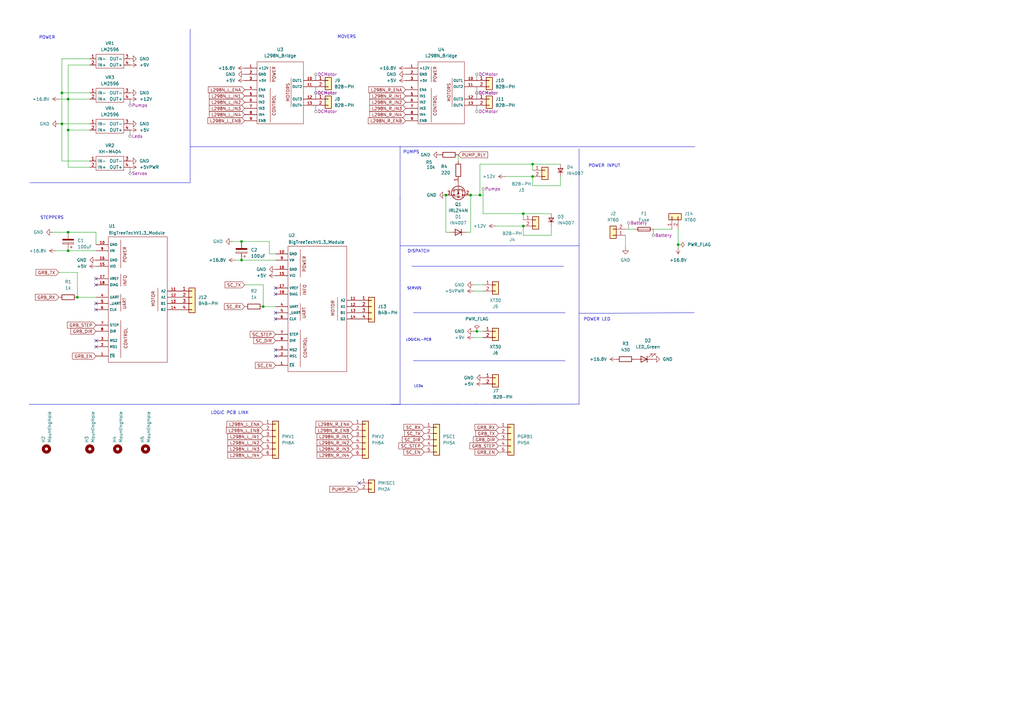
<source format=kicad_sch>
(kicad_sch (version 20250114) (generator "eeschema") (generator_version "9.0")
  (paper "A3")
  (title_block (title "Robot Power PCB") (date "2025-02-01") (rev "1.0") (company "Game Team"))
  (lib_symbols
    (symbol "Connector_Generic:Conn_01x02" (pin_names (offset 1.016) (hide yes))
      (property "Reference" "J" (at 0 2.54 0))
      (property "Value" "Conn_01x02" (at 0 -5.08 0))
      (symbol "Conn_01x02_1_1"
        (pin passive line (at -5.08 0 0) (length 3.81) (name "Pin_1") (number "1"))
        (pin passive line (at -5.08 -2.54 0) (length 3.81) (name "Pin_2") (number "2"))
      )
    )
    (symbol "Connector_Generic:Conn_01x04" (pin_names (offset 1.016) (hide yes))
      (property "Reference" "J" (at 0 5.08 0))
      (property "Value" "Conn_01x04" (at 0 -7.62 0))
      (symbol "Conn_01x04_1_1"
        (pin passive line (at -5.08 2.54 0) (length 3.81) (name "Pin_1") (number "1"))
        (pin passive line (at -5.08 0 0) (length 3.81) (name "Pin_2") (number "2"))
        (pin passive line (at -5.08 -2.54 0) (length 3.81) (name "Pin_3") (number "3"))
        (pin passive line (at -5.08 -5.08 0) (length 3.81) (name "Pin_4") (number "4"))
      )
    )
    (symbol "Connector_Generic:Conn_01x05" (pin_names (offset 1.016) (hide yes))
      (property "Reference" "J" (at 0 7.62 0))
      (property "Value" "Conn_01x05" (at 0 -7.62 0))
      (symbol "Conn_01x05_1_1"
        (pin passive line (at -5.08 5.08 0) (length 3.81) (name "Pin_1") (number "1"))
        (pin passive line (at -5.08 2.54 0) (length 3.81) (name "Pin_2") (number "2"))
        (pin passive line (at -5.08 0 0) (length 3.81) (name "Pin_3") (number "3"))
        (pin passive line (at -5.08 -2.54 0) (length 3.81) (name "Pin_4") (number "4"))
        (pin passive line (at -5.08 -5.08 0) (length 3.81) (name "Pin_5") (number "5"))
      )
    )
    (symbol "Connector_Generic:Conn_01x06" (pin_names (offset 1.016) (hide yes))
      (property "Reference" "J" (at 0 7.62 0))
      (property "Value" "Conn_01x06" (at 0 -10.16 0))
      (symbol "Conn_01x06_1_1"
        (pin passive line (at -5.08 5.08 0) (length 3.81) (name "Pin_1") (number "1"))
        (pin passive line (at -5.08 2.54 0) (length 3.81) (name "Pin_2") (number "2"))
        (pin passive line (at -5.08 0 0) (length 3.81) (name "Pin_3") (number "3"))
        (pin passive line (at -5.08 -2.54 0) (length 3.81) (name "Pin_4") (number "4"))
        (pin passive line (at -5.08 -5.08 0) (length 3.81) (name "Pin_5") (number "5"))
        (pin passive line (at -5.08 -7.62 0) (length 3.81) (name "Pin_6") (number "6"))
      )
    )
    (symbol "Device:C_Polarized" (pin_numbers (hide yes)) (pin_names (offset 0.254))
      (property "Reference" "C" (at 0.635 2.54 0))
      (property "Value" "C_Polarized" (at 0.635 -2.54 0))
      (symbol "C_Polarized_1_1"
        (pin passive line (at 0 3.81 270) (length 2.794) (name "~") (number "1"))
        (pin passive line (at 0 -3.81 90) (length 2.794) (name "~") (number "2"))
      )
    )
    (symbol "Device:D" (pin_numbers (hide yes)) (pin_names (offset 1.016) (hide yes))
      (property "Reference" "D" (at 0 2.54 0))
      (property "Value" "D" (at 0 -2.54 0))
      (symbol "D_1_1"
        (pin passive line (at -3.81 0 0) (length 2.54) (name "K") (number "1"))
        (pin passive line (at 3.81 0 180) (length 2.54) (name "A") (number "2"))
      )
    )
    (symbol "Device:D_Small" (pin_numbers (hide yes)) (pin_names (offset 0.254) (hide yes))
      (property "Reference" "D" (at -1.27 2.032 0))
      (property "Value" "D_Small" (at -3.81 -2.032 0))
      (symbol "D_Small_1_1"
        (pin passive line (at -2.54 0 0) (length 1.778) (name "K") (number "1"))
        (pin passive line (at 2.54 0 180) (length 1.778) (name "A") (number "2"))
      )
    )
    (symbol "Device:Fuse" (pin_numbers (hide yes)) (pin_names (offset 0))
      (property "Reference" "F" (at 2.032 0 90))
      (property "Value" "Fuse" (at -1.905 0 90))
      (symbol "Fuse_1_1"
        (pin passive line (at 0 3.81 270) (length 1.27) (name "~") (number "1"))
        (pin passive line (at 0 -3.81 90) (length 1.27) (name "~") (number "2"))
      )
    )
    (symbol "Device:LED" (pin_numbers (hide yes)) (pin_names (offset 1.016) (hide yes))
      (property "Reference" "D" (at 0 2.54 0))
      (property "Value" "LED" (at 0 -2.54 0))
      (symbol "LED_1_1"
        (pin passive line (at -3.81 0 0) (length 2.54) (name "K") (number "1"))
        (pin passive line (at 3.81 0 180) (length 2.54) (name "A") (number "2"))
      )
    )
    (symbol "Device:R" (pin_numbers (hide yes)) (pin_names (offset 0))
      (property "Reference" "R" (at 2.032 0 90))
      (property "Value" "R" (at 0 0 90))
      (symbol "R_1_1"
        (pin passive line (at 0 3.81 270) (length 1.27) (name "~") (number "1"))
        (pin passive line (at 0 -3.81 90) (length 1.27) (name "~") (number "2"))
      )
    )
    (symbol "L298N_Bridge_1"
      (property "Reference" "U" (at 1.016 26.924 0))
      (property "Value" "L298N_Bridge" (at 6.858 -1.524 0))
      (symbol "L298N_Bridge_1_1_0"
        (pin power_in line (at -5.08 22.86 0) (length 5.08) (name "+12V") (number "1"))
        (pin power_in line (at -5.08 20.32 0) (length 5.08) (name "GND") (number "2"))
        (pin passive line (at -5.08 17.78 0) (length 5.08) (name "+5V") (number "3"))
        (pin input line (at -5.08 13.97 0) (length 5.08) (name "ENA") (number "4"))
        (pin input line (at -5.08 11.43 0) (length 5.08) (name "IN1") (number "5"))
        (pin input line (at -5.08 8.89 0) (length 5.08) (name "IN2") (number "6"))
        (pin input line (at -5.08 6.35 0) (length 5.08) (name "IN3") (number "7"))
        (pin input line (at -5.08 3.81 0) (length 5.08) (name "IN4") (number "8"))
        (pin input line (at -5.08 1.27 0) (length 5.08) (name "ENB") (number "9"))
        (pin power_out line (at 24.13 17.78 180) (length 5.08) (name "OUT1") (number "10"))
        (pin power_out line (at 24.13 15.24 180) (length 5.08) (name "OUT2") (number "11"))
        (pin power_out line (at 24.13 10.16 180) (length 5.08) (name "OUT3") (number "12"))
        (pin power_out line (at 24.13 7.62 180) (length 5.08) (name "OUT4") (number "13"))
      )
      (symbol "L298N_Bridge_1_1_1"
        (text "POWER\n" (at 6.985 20.32 900) (effects (font (size 1.27 1.27))))
        (text "CONTROL\n" (at 6.985 7.62 900) (effects (font (size 1.27 1.27))))
        (text "MOTORS" (at 12.7 12.954 900) (effects (font (size 1.27 1.27))))
      )
    )
    (symbol "Mechanical:MountingHole" (pin_names (offset 1.016)) (exclude_from_sim yes) (in_bom no)
      (property "Reference" "H" (at 0 5.08 0))
      (property "Value" "MountingHole" (at 0 3.175 0))
    )
    (symbol "Project:BigTreeTech_TMC2209v1.3"
      (property "Reference" "U" (at 1.27 56.134 0))
      (property "Value" "BigTreeTechV1.3_Module" (at 11.43 53.086 0))
      (symbol "BigTreeTech_TMC2209v1.3_1_0"
        (pin power_in line (at -5.08 48.26 0) (length 5.08) (name "GND") (number "10"))
        (pin power_in line (at -5.08 45.72 0) (length 5.08) (name "VM") (number "9"))
        (pin power_in line (at -5.08 41.91 0) (length 5.08) (name "GND") (number "16"))
        (pin power_in line (at -5.08 39.37 0) (length 5.08) (name "VIO") (number "15"))
        (pin output line (at -5.08 34.29 0) (length 5.08) (name "VREF") (number "17"))
        (pin output line (at -5.08 31.75 0) (length 5.08) (name "DIAG") (number "18"))
        (pin bidirectional line (at -5.08 26.67 0) (length 5.08) (name "UART") (number "4"))
        (pin output line (at -5.08 24.13 0) (length 5.08) (name "_UART") (number "5"))
        (pin output line (at -5.08 21.59 0) (length 5.08) (name "CLK") (number "6"))
        (pin input line (at -5.08 15.24 0) (length 5.08) (name "STEP") (number "7"))
        (pin input line (at -5.08 12.7 0) (length 5.08) (name "DIR") (number "8"))
        (pin input line (at -5.08 8.89 0) (length 5.08) (name "MS2") (number "3"))
        (pin input line (at -5.08 6.35 0) (length 5.08) (name "MS1") (number "2"))
        (pin input line (at -5.08 2.54 0) (length 5.08) (name "~{EN}") (number "1"))
        (pin output line (at 29.21 29.21 180) (length 5.08) (name "A2") (number "11"))
        (pin output line (at 29.21 26.67 180) (length 5.08) (name "A1") (number "12"))
        (pin output line (at 29.21 24.13 180) (length 5.08) (name "B1") (number "13"))
        (pin output line (at 29.21 21.59 180) (length 5.08) (name "B2") (number "14"))
      )
      (symbol "BigTreeTech_TMC2209v1.3_1_1"
        (text "UART" (at 6.604 24.13 900) (effects (font (size 1.27 1.27))))
        (text "POWER" (at 6.731 44.196 900) (effects (font (size 1.27 1.27))))
        (text "INFO" (at 6.858 33.528 900) (effects (font (size 1.27 1.27))))
        (text "CONTROL" (at 7.112 9.906 900) (effects (font (size 1.27 1.27))))
        (text "MOTOR" (at 18.415 26.035 900) (effects (font (size 1.27 1.27))))
      )
    )
    (symbol "Project:L298N_Bridge"
      (property "Reference" "U" (at 1.016 26.924 0))
      (property "Value" "L298N_Bridge" (at 6.858 -1.524 0))
      (symbol "L298N_Bridge_1_0"
        (pin power_in line (at -5.08 22.86 0) (length 5.08) (name "+12V") (number "1"))
        (pin power_in line (at -5.08 20.32 0) (length 5.08) (name "GND") (number "2"))
        (pin passive line (at -5.08 17.78 0) (length 5.08) (name "+5V") (number "3"))
        (pin input line (at -5.08 13.97 0) (length 5.08) (name "ENA") (number "4"))
        (pin input line (at -5.08 11.43 0) (length 5.08) (name "IN1") (number "5"))
        (pin input line (at -5.08 8.89 0) (length 5.08) (name "IN2") (number "6"))
        (pin input line (at -5.08 6.35 0) (length 5.08) (name "IN3") (number "7"))
        (pin input line (at -5.08 3.81 0) (length 5.08) (name "IN4") (number "8"))
        (pin input line (at -5.08 1.27 0) (length 5.08) (name "ENB") (number "9"))
        (pin power_out line (at 24.13 17.78 180) (length 5.08) (name "OUT1") (number "10"))
        (pin power_out line (at 24.13 15.24 180) (length 5.08) (name "OUT2") (number "11"))
        (pin power_out line (at 24.13 10.16 180) (length 5.08) (name "OUT3") (number "12"))
        (pin power_out line (at 24.13 7.62 180) (length 5.08) (name "OUT4") (number "13"))
      )
      (symbol "L298N_Bridge_1_1"
        (text "POWER\n" (at 6.985 20.32 900) (effects (font (size 1.27 1.27))))
        (text "CONTROL\n" (at 6.985 7.62 900) (effects (font (size 1.27 1.27))))
        (text "MOTORS" (at 12.7 12.954 900) (effects (font (size 1.27 1.27))))
      )
    )
    (symbol "Project:Voltage_Regulator_Module"
      (property "Reference" "VR" (at 1.27 10.16 0))
      (property "Value" "Voltage Regulator" (at 8.636 7.874 0))
      (symbol "Voltage_Regulator_Module_1_1"
        (pin power_in line (at -2.54 3.81 0) (length 2.54) (name "IN-") (number "1"))
        (pin power_in line (at -2.54 1.27 0) (length 2.54) (name "IN+") (number "2"))
        (pin power_in line (at 13.97 3.81 180) (length 2.54) (name "OUT-") (number "3"))
        (pin power_out line (at 13.97 1.27 180) (length 2.54) (name "OUT+") (number "4"))
      )
    )
    (symbol "Transistor_FET:IRLZ44N" (pin_names (hide yes))
      (property "Reference" "Q" (at 5.08 1.905 0))
      (property "Value" "IRLZ44N" (at 5.08 0 0))
      (symbol "IRLZ44N_1_1"
        (pin input line (at -5.08 0 0) (length 2.54) (name "G") (number "1"))
        (pin passive line (at 2.54 5.08 270) (length 2.54) (name "D") (number "2"))
        (pin passive line (at 2.54 -5.08 90) (length 2.54) (name "S") (number "3"))
      )
    )
    (symbol "power:+12V" (power) (pin_numbers (hide yes)) (pin_names (offset 0) (hide yes))
      (property "Value" "+12V" (at 0 3.556 0))
      (symbol "+12V_1_1"
        (pin power_in line (at 0 0 90) (length 0) (name "~") (number "1"))
      )
    )
    (symbol "power:+15V" (power) (pin_numbers (hide yes)) (pin_names (offset 0) (hide yes))
      (property "Value" "+15V" (at 0 3.556 0))
      (symbol "+15V_1_1"
        (pin power_in line (at 0 0 90) (length 0) (name "~") (number "1"))
      )
    )
    (symbol "power:+5V" (power) (pin_numbers (hide yes)) (pin_names (offset 0) (hide yes))
      (property "Value" "+5V" (at 0 3.556 0))
      (symbol "+5V_1_1"
        (pin power_in line (at 0 0 90) (length 0) (name "~") (number "1"))
      )
    )
    (symbol "power:+5VP" (power) (pin_numbers (hide yes)) (pin_names (offset 0) (hide yes))
      (property "Value" "+5VP" (at 0 3.556 0))
      (symbol "+5VP_1_1"
        (pin power_in line (at 0 0 90) (length 0) (name "~") (number "1"))
      )
    )
    (symbol "power:+9V" (power) (pin_numbers (hide yes)) (pin_names (offset 0) (hide yes))
      (property "Value" "+9V" (at 0 3.556 0))
      (symbol "+9V_1_1"
        (pin power_in line (at 0 0 90) (length 0) (name "~") (number "1"))
      )
    )
    (symbol "power:GND" (power) (pin_numbers (hide yes)) (pin_names (offset 0) (hide yes))
      (property "Value" "GND" (at 0 -3.81 0))
      (symbol "GND_1_1"
        (pin power_in line (at 0 0 270) (length 0) (name "~") (number "1"))
      )
    )
    (symbol "power:PWR_FLAG" (power) (pin_numbers (hide yes)) (pin_names (offset 0) (hide yes))
      (property "Value" "PWR_FLAG" (at 0 3.81 0))
      (symbol "PWR_FLAG_0_0"
        (pin power_out line (at 0 0 90) (length 0) (name "~") (number "1"))
      )
    )
  )
  (text "LOGIC PCB LINK" (at 94.234 169.418 0) (effects (font (size 1.27 1.27))))
  (text "POWER\n" (at 19.304 15.494 0) (effects (font (size 1.27 1.27))))
  (text "POWER LED" (at 244.856 131.064 0) (effects (font (size 1.27 1.27))))
  (text "DISPATCH\n" (at 171.704 103.124 0) (effects (font (size 1.27 1.27))))
  (text "POWER INPUT" (at 247.904 68.072 0) (effects (font (size 1.27 1.27))))
  (text "SERVOS" (at 169.926 118.364 0) (effects (font (size 1.016 1.016))))
  (text "STEPPERS" (at 21.336 89.408 0) (effects (font (size 1.27 1.27))))
  (text "MOVERS\n" (at 142.2027 15.2064 0) (effects (font (size 1.27 1.27))))
  (text "LOGICAL-PCB\n" (at 171.704 139.446 0) (effects (font (size 1.016 1.016))))
  (text "LEDs" (at 171.704 158.496 0) (effects (font (size 1.016 1.016))))
  (text "PUMPS\n" (at 168.656 62.484 0) (effects (font (size 1.27 1.27))))
  (junction (at 193.04 80.01))
  (junction (at 27.94 40.64))
  (junction (at 182.88 80.01))
  (junction (at 99.06 99.06))
  (junction (at 27.94 102.87))
  (junction (at 107.95 125.73))
  (junction (at 214.63 87.63))
  (junction (at 218.44 72.39))
  (junction (at 31.75 121.92))
  (junction (at 214.63 92.71))
  (junction (at 25.4 38.1))
  (junction (at 196.85 80.01))
  (junction (at 27.94 95.25))
  (junction (at 99.06 106.68))
  (junction (at 27.94 53.34))
  (junction (at 25.4 50.8))
  (junction (at 195.58 135.89))
  (junction (at 218.44 67.31))
  (junction (at 278.13 100.33))
  (no_connect (at 39.37 116.84))
  (no_connect (at 147.32 198.12))
  (no_connect (at 39.37 127))
  (no_connect (at 113.03 120.65))
  (no_connect (at 113.03 146.05))
  (no_connect (at 39.37 139.7))
  (no_connect (at 39.37 114.3))
  (no_connect (at 113.03 118.11))
  (no_connect (at 39.37 124.46))
  (no_connect (at 113.03 143.51))
  (no_connect (at 113.03 130.81))
  (no_connect (at 113.03 128.27))
  (no_connect (at 39.37 142.24))
  (wire (pts (xy 27.94 26.67) (xy 27.94 40.64)))
  (wire (pts (xy 25.4 38.1) (xy 25.4 50.8)))
  (wire (pts (xy 214.63 90.17) (xy 214.63 87.63)))
  (wire (pts (xy 110.49 99.06) (xy 110.49 104.14)))
  (wire (pts (xy 198.12 135.89) (xy 195.58 135.89)))
  (wire (pts (xy 96.52 106.68) (xy 99.06 106.68)))
  (wire (pts (xy 31.75 111.76) (xy 24.13 111.76)))
  (wire (pts (xy 25.4 66.04) (xy 25.4 50.8)))
  (polyline (pts (xy 169.545 147.955) (xy 231.775 147.955)))
  (polyline (pts (xy 164.084 165.862) (xy 160.274 165.862)))
  (wire (pts (xy 256.54 101.6) (xy 256.54 96.52)))
  (wire (pts (xy 218.44 76.2) (xy 218.44 72.39)))
  (polyline (pts (xy 164.084 165.862) (xy 11.938 165.862)))
  (wire (pts (xy 184.15 95.25) (xy 182.88 95.25)))
  (polyline (pts (xy 77.978 11.938) (xy 77.978 60.198)))
  (wire (pts (xy 24.13 50.8) (xy 25.4 50.8)))
  (wire (pts (xy 36.83 68.58) (xy 27.94 68.58)))
  (wire (pts (xy 95.25 99.06) (xy 99.06 99.06)))
  (wire (pts (xy 196.85 80.01) (xy 198.12 80.01)))
  (polyline (pts (xy 133.096 60.198) (xy 284.988 60.198)))
  (polyline (pts (xy 164.084 100.838) (xy 237.49 100.838)))
  (wire (pts (xy 203.2 92.71) (xy 214.63 92.71)))
  (wire (pts (xy 99.06 99.06) (xy 110.49 99.06)))
  (wire (pts (xy 36.83 53.34) (xy 27.94 53.34)))
  (wire (pts (xy 107.95 116.84) (xy 100.33 116.84)))
  (wire (pts (xy 25.4 50.8) (xy 36.83 50.8)))
  (wire (pts (xy 110.49 104.14) (xy 113.03 104.14)))
  (wire (pts (xy 198.12 87.63) (xy 214.63 87.63)))
  (wire (pts (xy 27.94 102.87) (xy 39.37 102.87)))
  (wire (pts (xy 25.4 38.1) (xy 36.83 38.1)))
  (wire (pts (xy 193.04 95.25) (xy 193.04 80.01)))
  (wire (pts (xy 182.88 95.25) (xy 182.88 80.01)))
  (wire (pts (xy 214.63 96.52) (xy 214.63 92.71)))
  (wire (pts (xy 36.83 26.67) (xy 27.94 26.67)))
  (wire (pts (xy 256.54 93.98) (xy 260.35 93.98)))
  (wire (pts (xy 218.44 69.85) (xy 218.44 67.31)))
  (polyline (pts (xy 12.192 74.93) (xy 77.978 74.93)))
  (wire (pts (xy 198.12 138.43) (xy 194.31 138.43)))
  (wire (pts (xy 99.06 106.68) (xy 113.03 106.68)))
  (wire (pts (xy 36.83 66.04) (xy 25.4 66.04)))
  (wire (pts (xy 27.94 95.25) (xy 39.37 95.25)))
  (wire (pts (xy 278.13 93.98) (xy 278.13 100.33)))
  (wire (pts (xy 214.63 87.63) (xy 226.06 87.63)))
  (wire (pts (xy 226.06 92.71) (xy 226.06 96.52)))
  (wire (pts (xy 27.94 40.64) (xy 36.83 40.64)))
  (wire (pts (xy 31.75 121.92) (xy 39.37 121.92)))
  (wire (pts (xy 27.94 53.34) (xy 27.94 68.58)))
  (wire (pts (xy 198.12 80.01) (xy 198.12 87.63)))
  (wire (pts (xy 196.85 67.31) (xy 218.44 67.31)))
  (wire (pts (xy 229.87 72.39) (xy 229.87 76.2)))
  (wire (pts (xy 229.87 76.2) (xy 218.44 76.2)))
  (polyline (pts (xy 77.978 60.198) (xy 77.978 74.93)))
  (polyline (pts (xy 237.49 100.838) (xy 237.49 60.96)))
  (wire (pts (xy 198.12 116.84) (xy 194.31 116.84)))
  (wire (pts (xy 187.96 63.5) (xy 187.96 66.04)))
  (wire (pts (xy 226.06 96.52) (xy 214.63 96.52)))
  (wire (pts (xy 39.37 95.25) (xy 39.37 100.33)))
  (wire (pts (xy 193.04 80.01) (xy 196.85 80.01)))
  (wire (pts (xy 107.95 116.84) (xy 107.95 125.73)))
  (wire (pts (xy 207.01 72.39) (xy 218.44 72.39)))
  (wire (pts (xy 196.85 67.31) (xy 196.85 80.01)))
  (wire (pts (xy 27.94 40.64) (xy 27.94 53.34)))
  (wire (pts (xy 267.97 93.98) (xy 275.59 93.98)))
  (wire (pts (xy 24.13 40.64) (xy 27.94 40.64)))
  (wire (pts (xy 25.4 24.13) (xy 25.4 38.1)))
  (polyline (pts (xy 164.084 81.28) (xy 164.084 81.534)))
  (wire (pts (xy 31.75 111.76) (xy 31.75 121.92)))
  (wire (pts (xy 113.03 125.73) (xy 107.95 125.73)))
  (wire (pts (xy 195.58 135.89) (xy 194.31 135.89)))
  (polyline (pts (xy 168.91 109.22) (xy 231.14 109.22)))
  (wire (pts (xy 198.12 119.38) (xy 194.31 119.38)))
  (wire (pts (xy 191.77 95.25) (xy 193.04 95.25)))
  (wire (pts (xy 218.44 67.31) (xy 229.87 67.31)))
  (wire (pts (xy 36.83 24.13) (xy 25.4 24.13)))
  (polyline (pts (xy 169.545 128.27) (xy 231.775 128.27)))
  (polyline (pts (xy 237.49 165.862) (xy 237.49 100.838)))
  (wire (pts (xy 22.86 102.87) (xy 27.94 102.87)))
  (wire (pts (xy 187.96 72.39) (xy 187.96 73.66)))
  (polyline (pts (xy 77.978 60.198) (xy 133.096 60.198)))
  (polyline (pts (xy 164.084 165.862) (xy 237.49 165.735)))
  (wire (pts (xy 21.59 95.25) (xy 27.94 95.25)))
  (polyline (pts (xy 237.49 128.524) (xy 284.734 128.27)))
  (polyline (pts (xy 164.084 59.944) (xy 164.084 165.862)))
  (wire (pts (xy 278.13 100.33) (xy 278.13 101.6)))
  (global_label "GRB_DIR" (shape input) (at 204.47 180.34 180) (property "Intersheetrefs" "${INTERSHEET_REFS}" (effects (hide yes))))
  (global_label "L298N_R_IN4" (shape input) (at 166.37 46.99 180) (property "Intersheetrefs" "${INTERSHEET_REFS}" (effects (hide yes))))
  (global_label "L298N_L_ENB" (shape input) (at 100.33 49.53 180) (property "Intersheetrefs" "${INTERSHEET_REFS}" (effects (hide yes))))
  (global_label "L298N_L_IN3" (shape input) (at 100.33 44.45 180) (property "Intersheetrefs" "${INTERSHEET_REFS}" (effects (hide yes))))
  (global_label "L298N_R_IN3" (shape input) (at 144.78 184.15 180) (property "Intersheetrefs" "${INTERSHEET_REFS}" (effects (hide yes))))
  (global_label "L298N_L_IN2" (shape input) (at 107.95 181.61 180) (property "Intersheetrefs" "${INTERSHEET_REFS}" (effects (hide yes))))
  (global_label "SC_RX" (shape input) (at 100.33 125.73 180) (property "Intersheetrefs" "${INTERSHEET_REFS}" (effects (hide yes))))
  (global_label "SC_DIR" (shape input) (at 173.99 180.34 180) (property "Intersheetrefs" "${INTERSHEET_REFS}" (effects (hide yes))))
  (global_label "L298N_L_ENA" (shape input) (at 100.33 36.83 180) (property "Intersheetrefs" "${INTERSHEET_REFS}" (effects (hide yes))))
  (global_label "L298N_R_IN1" (shape input) (at 144.78 179.07 180) (property "Intersheetrefs" "${INTERSHEET_REFS}" (effects (hide yes))))
  (global_label "L298N_L_IN1" (shape input) (at 107.95 179.07 180) (property "Intersheetrefs" "${INTERSHEET_REFS}" (effects (hide yes))))
  (global_label "SC_TX" (shape input) (at 100.33 116.84 180) (property "Intersheetrefs" "${INTERSHEET_REFS}" (effects (hide yes))))
  (global_label "L298N_L_IN3" (shape input) (at 107.95 184.15 180) (property "Intersheetrefs" "${INTERSHEET_REFS}" (effects (hide yes))))
  (global_label "L298N_R_ENA" (shape input) (at 166.37 36.83 180) (property "Intersheetrefs" "${INTERSHEET_REFS}" (effects (hide yes))))
  (global_label "GRB_TX" (shape input) (at 24.13 111.76 180) (property "Intersheetrefs" "${INTERSHEET_REFS}" (effects (hide yes))))
  (global_label "SC_TX" (shape input) (at 173.99 177.8 180) (property "Intersheetrefs" "${INTERSHEET_REFS}" (effects (hide yes))))
  (global_label "GRB_RX" (shape input) (at 24.13 121.92 180) (property "Intersheetrefs" "${INTERSHEET_REFS}" (effects (hide yes))))
  (global_label "PUMP_RLY" (shape input) (at 187.96 63.5 0) (property "Intersheetrefs" "${INTERSHEET_REFS}" (effects (hide yes))))
  (global_label "L298N_R_ENB" (shape input) (at 144.78 176.53 180) (property "Intersheetrefs" "${INTERSHEET_REFS}" (effects (hide yes))))
  (global_label "GRB_STEP" (shape input) (at 204.47 182.88 180) (property "Intersheetrefs" "${INTERSHEET_REFS}" (effects (hide yes))))
  (global_label "L298N_L_ENB" (shape input) (at 107.95 176.53 180) (property "Intersheetrefs" "${INTERSHEET_REFS}" (effects (hide yes))))
  (global_label "GRB_STEP" (shape input) (at 39.37 133.35 180) (property "Intersheetrefs" "${INTERSHEET_REFS}" (effects (hide yes))))
  (global_label "L298N_R_IN3" (shape input) (at 166.37 44.45 180) (property "Intersheetrefs" "${INTERSHEET_REFS}" (effects (hide yes))))
  (global_label "SC_RX" (shape input) (at 173.99 175.26 180) (property "Intersheetrefs" "${INTERSHEET_REFS}" (effects (hide yes))))
  (global_label "PUMP_RLY" (shape input) (at 147.32 200.66 180) (property "Intersheetrefs" "${INTERSHEET_REFS}" (effects (hide yes))))
  (global_label "GRB_TX" (shape input) (at 204.47 177.8 180) (property "Intersheetrefs" "${INTERSHEET_REFS}" (effects (hide yes))))
  (global_label "L298N_R_IN2" (shape input) (at 166.37 41.91 180) (property "Intersheetrefs" "${INTERSHEET_REFS}" (effects (hide yes))))
  (global_label "GRB_EN" (shape input) (at 204.47 185.42 180) (property "Intersheetrefs" "${INTERSHEET_REFS}" (effects (hide yes))))
  (global_label "GRB_DIR" (shape input) (at 39.37 135.89 180) (property "Intersheetrefs" "${INTERSHEET_REFS}" (effects (hide yes))))
  (global_label "L298N_R_IN1" (shape input) (at 166.37 39.37 180) (property "Intersheetrefs" "${INTERSHEET_REFS}" (effects (hide yes))))
  (global_label "GRB_RX" (shape input) (at 204.47 175.26 180) (property "Intersheetrefs" "${INTERSHEET_REFS}" (effects (hide yes))))
  (global_label "GRB_EN" (shape input) (at 39.37 146.05 180) (property "Intersheetrefs" "${INTERSHEET_REFS}" (effects (hide yes))))
  (global_label "SC_EN" (shape input) (at 113.03 149.86 180) (property "Intersheetrefs" "${INTERSHEET_REFS}" (effects (hide yes))))
  (global_label "L298N_R_IN4" (shape input) (at 144.78 186.69 180) (property "Intersheetrefs" "${INTERSHEET_REFS}" (effects (hide yes))))
  (global_label "L298N_L_IN2" (shape input) (at 100.33 41.91 180) (property "Intersheetrefs" "${INTERSHEET_REFS}" (effects (hide yes))))
  (global_label "SC_DIR" (shape input) (at 113.03 139.7 180) (property "Intersheetrefs" "${INTERSHEET_REFS}" (effects (hide yes))))
  (global_label "SC_EN" (shape input) (at 173.99 185.42 180) (property "Intersheetrefs" "${INTERSHEET_REFS}" (effects (hide yes))))
  (global_label "L298N_R_IN2" (shape input) (at 144.78 181.61 180) (property "Intersheetrefs" "${INTERSHEET_REFS}" (effects (hide yes))))
  (global_label "L298N_R_ENB" (shape input) (at 166.37 49.53 180) (property "Intersheetrefs" "${INTERSHEET_REFS}" (effects (hide yes))))
  (global_label "L298N_L_ENA" (shape input) (at 107.95 173.99 180) (property "Intersheetrefs" "${INTERSHEET_REFS}" (effects (hide yes))))
  (global_label "L298N_R_ENA" (shape input) (at 144.78 173.99 180) (property "Intersheetrefs" "${INTERSHEET_REFS}" (effects (hide yes))))
  (global_label "L298N_L_IN1" (shape input) (at 100.33 39.37 180) (property "Intersheetrefs" "${INTERSHEET_REFS}" (effects (hide yes))))
  (global_label "SC_STEP" (shape input) (at 113.03 137.16 180) (property "Intersheetrefs" "${INTERSHEET_REFS}" (effects (hide yes))))
  (global_label "SC_STEP" (shape input) (at 173.99 182.88 180) (property "Intersheetrefs" "${INTERSHEET_REFS}" (effects (hide yes))))
  (global_label "L298N_L_IN4" (shape input) (at 107.95 186.69 180) (property "Intersheetrefs" "${INTERSHEET_REFS}" (effects (hide yes))))
  (global_label "L298N_L_IN4" (shape input) (at 100.33 46.99 180) (property "Intersheetrefs" "${INTERSHEET_REFS}" (effects (hide yes))))
  (netclass_flag "" (length 2.54) (shape round) (at 129.54 33.02 0) (property "Netclass" "DCMotor" (at 130.2385 30.48 0) (effects (justify left))))
  (netclass_flag "" (length 2.54) (shape round) (at 53.34 68.58 180) (property "Netclass" "Servos" (at 54.0385 71.12 0) (effects (justify left))))
  (netclass_flag "" (length 2.54) (shape round) (at 53.34 53.34 180) (property "Netclass" "Leds" (at 54.0385 55.88 0) (effects (justify left))))
  (netclass_flag "" (length 2.54) (shape round) (at 267.97 93.98 180) (property "Netclass" "Battery" (at 268.6685 96.52 0) (effects (justify left))))
  (netclass_flag "" (length 2.54) (shape round) (at 195.58 35.56 180) (property "Netclass" "DCMotor" (at 196.2785 38.1 0) (effects (justify left))))
  (netclass_flag "" (length 2.54) (shape round) (at 129.54 35.56 180) (property "Netclass" "DCMotor" (at 130.2385 38.1 0) (effects (justify left))))
  (netclass_flag "" (length 2.54) (shape round) (at 195.58 43.18 180) (property "Netclass" "DCMotor" (at 196.2785 45.72 0) (effects (justify left))))
  (netclass_flag "" (length 2.54) (shape round) (at 198.12 80.01 0) (property "Netclass" "Pumps" (at 198.8185 77.47 0) (effects (justify left))))
  (netclass_flag "" (length 2.54) (shape round) (at 195.58 40.64 0) (property "Netclass" "DCMotor" (at 196.2785 38.1 0) (effects (justify left))))
  (netclass_flag "" (length 2.54) (shape round) (at 53.34 40.64 180) (property "Netclass" "Pumps" (at 54.0385 43.18 0) (effects (justify left))))
  (netclass_flag "" (length 2.54) (shape round) (at 129.54 40.64 0) (property "Netclass" "DCMotor" (at 130.2385 38.1 0) (effects (justify left))))
  (netclass_flag "" (length 2.54) (shape round) (at 129.54 43.18 180) (property "Netclass" "DCMotor" (at 130.2385 45.72 0) (effects (justify left))))
  (netclass_flag "" (length 2.54) (shape round) (at 257.81 93.98 0) (property "Netclass" "Battery" (at 258.5085 91.44 0) (effects (justify left))))
  (netclass_flag "" (length 2.54) (shape round) (at 195.58 33.02 0) (property "Netclass" "DCMotor" (at 196.2785 30.48 0) (effects (justify left))))
  (symbol (lib_id "power:GND") (at 100.33 30.48 270) (unit 1)
    (property "Reference" "#PWR06" (effects (hide yes)))
    (property "Value" "GND" (at 96.52 30.4799 90) (effects (justify right)))
    (property "Description" "Power symbol creates a global label with name \"GND\" , ground" (effects (hide yes)))
  )
  (symbol (lib_id "power:GND") (at 53.34 24.13 90) (unit 1)
    (property "Reference" "#PWR010" (effects (hide yes)))
    (property "Value" "GND" (at 57.15 24.1299 90) (effects (justify right)))
    (property "Description" "Power symbol creates a global label with name \"GND\" , ground" (effects (hide yes)))
  )
  (symbol (lib_id "Connector_Generic:Conn_01x05") (at 209.55 180.34 0) (unit 1)
    (property "Reference" "PGRB1" (at 212.09 179.0699 0) (effects (justify left)))
    (property "Value" "PH5A" (at 212.09 181.6099 0) (effects (justify left)))
    (property "Footprint" "Connector_JST:JST_PH_B5B-PH-K_1x05_P2.00mm_Vertical" (effects (hide yes)))
    (property "Description" "Generic connector, single row, 01x05, script generated (kicad-library-utils/schlib/autogen/connector/)" (effects (hide yes)))
  )
  (symbol (lib_id "Device:D_Small") (at 229.87 69.85 90) (unit 1)
    (property "Reference" "D4" (at 232.41 68.5799 90) (effects (justify right)))
    (property "Value" "IN4007" (at 232.41 71.1199 90) (effects (justify right)))
    (property "Footprint" "Diode_THT:D_DO-41_SOD81_P2.54mm_Vertical_AnodeUp" (effects (hide yes)))
    (property "Description" "Diode, small symbol" (effects (hide yes)))
    (property "Sim.Device" "D" (effects (hide yes)))
    (property "Sim.Pins" "1=K 2=A" (effects (hide yes)))
  )
  (symbol (lib_id "power:GND") (at 95.25 99.06 270) (unit 1)
    (property "Reference" "#PWR027" (effects (hide yes)))
    (property "Value" "GND" (at 91.44 99.0599 90) (effects (justify right)))
    (property "Description" "Power symbol creates a global label with name \"GND\" , ground" (effects (hide yes)))
  )
  (symbol (lib_id "power:GND") (at 113.03 110.49 270) (unit 1)
    (property "Reference" "#PWR029" (effects (hide yes)))
    (property "Value" "GND" (at 109.22 110.4899 90) (effects (justify right)))
    (property "Description" "Power symbol creates a global label with name \"GND\" , ground" (effects (hide yes)))
  )
  (symbol (lib_id "power:+15V") (at 166.37 27.94 90) (unit 1)
    (property "Reference" "#PWR020" (effects (hide yes)))
    (property "Value" "+16.8V" (at 162.56 27.9399 90) (effects (justify left)))
    (property "Description" "Power symbol creates a global label with name \"+15V\"" (effects (hide yes)))
  )
  (symbol (lib_id "power:+9V") (at 53.34 40.64 270) (unit 1)
    (property "Reference" "#PWR014" (effects (hide yes)))
    (property "Value" "+12V" (at 57.15 40.6399 90) (effects (justify left)))
    (property "Description" "Power symbol creates a global label with name \"+9V\"" (effects (hide yes)))
  )
  (symbol (lib_id "Connector_Generic:Conn_01x02") (at 203.2 154.94 0) (unit 1)
    (property "Reference" "J7" (at 202.184 160.274 0) (effects (justify left)))
    (property "Value" "B2B-PH" (at 202.184 162.814 0) (effects (justify left)))
    (property "Footprint" "Connector_JST:JST_PH_B2B-PH-K_1x02_P2.00mm_Vertical" (effects (hide yes)))
    (property "Description" "Generic connector, single row, 01x02, script generated (kicad-library-utils/schlib/autogen/connector/)" (effects (hide yes)))
  )
  (symbol (lib_id "Mechanical:MountingHole") (at 19.05 184.15 90) (unit 1) (exclude_from_sim yes) (in_bom no)
    (property "Reference" "H2" (at 17.7799 181.61 0) (effects (justify left)))
    (property "Value" "MountingHole" (at 20.3199 181.61 0) (effects (justify left)))
    (property "Footprint" "MountingHole:MountingHole_2.7mm_M2.5" (effects (hide yes)))
    (property "Description" "Mounting Hole without connection" (effects (hide yes)))
  )
  (symbol (lib_id "Connector_Generic:Conn_01x02") (at 203.2 135.89 0) (unit 1)
    (property "Reference" "J6" (at 203.2 144.78 0))
    (property "Value" "XT30" (at 203.2 142.24 0))
    (property "Footprint" "Connector_AMASS:AMASS_XT30U-M_1x02_P5.0mm_Vertical" (effects (hide yes)))
    (property "Description" "Generic connector, single row, 01x02, script generated (kicad-library-utils/schlib/autogen/connector/)" (effects (hide yes)))
  )
  (symbol (lib_id "Device:R") (at 27.94 121.92 90) (unit 1)
    (property "Reference" "R1" (at 27.94 115.57 90))
    (property "Value" "1k" (at 27.94 118.11 90))
    (property "Footprint" "Resistor_THT:R_Axial_DIN0207_L6.3mm_D2.5mm_P7.62mm_Horizontal" (effects (hide yes)))
    (property "Description" "Resistor" (effects (hide yes)))
  )
  (symbol (lib_id "Connector_Generic:Conn_01x05") (at 179.07 180.34 0) (unit 1)
    (property "Reference" "PSC1" (at 181.61 179.0699 0) (effects (justify left)))
    (property "Value" "PH5A" (at 181.61 181.6099 0) (effects (justify left)))
    (property "Footprint" "Connector_JST:JST_PH_B5B-PH-K_1x05_P2.00mm_Vertical" (effects (hide yes)))
    (property "Description" "Generic connector, single row, 01x05, script generated (kicad-library-utils/schlib/autogen/connector/)" (effects (hide yes)))
  )
  (symbol (lib_id "power:PWR_FLAG") (at 278.13 100.33 270) (unit 1)
    (property "Reference" "#FLG01" (effects (hide yes)))
    (property "Value" "PWR_FLAG" (at 281.94 100.3299 90) (effects (justify left)))
    (property "Description" "Special symbol for telling ERC where power comes from" (effects (hide yes)))
  )
  (symbol (lib_id "power:GND") (at 53.34 38.1 90) (unit 1)
    (property "Reference" "#PWR013" (effects (hide yes)))
    (property "Value" "GND" (at 57.15 38.0999 90) (effects (justify right)))
    (property "Description" "Power symbol creates a global label with name \"GND\" , ground" (effects (hide yes)))
  )
  (symbol (lib_id "power:GND") (at 53.34 66.04 90) (unit 1)
    (property "Reference" "#PWR09" (effects (hide yes)))
    (property "Value" "GND" (at 57.15 66.0399 90) (effects (justify right)))
    (property "Description" "Power symbol creates a global label with name \"GND\" , ground" (effects (hide yes)))
  )
  (symbol (lib_id "power:GND") (at 194.31 116.84 270) (unit 1)
    (property "Reference" "#PWR038" (effects (hide yes)))
    (property "Value" "GND" (at 190.5 116.8399 90) (effects (justify right)))
    (property "Description" "Power symbol creates a global label with name \"GND\" , ground" (effects (hide yes)))
  )
  (symbol (lib_id "Device:D") (at 187.96 95.25 180) (unit 1)
    (property "Reference" "D1" (at 187.96 88.9 0))
    (property "Value" "IN4007" (at 187.96 91.44 0))
    (property "Footprint" "Diode_THT:D_DO-41_SOD81_P2.54mm_Vertical_AnodeUp" (effects (hide yes)))
    (property "Description" "Diode" (effects (hide yes)))
    (property "Sim.Device" "D" (effects (hide yes)))
    (property "Sim.Pins" "1=K 2=A" (effects (hide yes)))
  )
  (symbol (lib_id "Connector_Generic:Conn_01x02") (at 203.2 116.84 0) (unit 1)
    (property "Reference" "J5" (at 203.2 125.73 0))
    (property "Value" "XT30" (at 203.2 123.19 0))
    (property "Footprint" "Connector_AMASS:AMASS_XT30U-M_1x02_P5.0mm_Vertical" (effects (hide yes)))
    (property "Description" "Generic connector, single row, 01x02, script generated (kicad-library-utils/schlib/autogen/connector/)" (effects (hide yes)))
  )
  (symbol (lib_id "power:GND") (at 180.34 63.5 270) (unit 1)
    (property "Reference" "#PWR035" (effects (hide yes)))
    (property "Value" "GND" (at 176.53 63.4999 90) (effects (justify right)))
    (property "Description" "Power symbol creates a global label with name \"GND\" , ground" (effects (hide yes)))
  )
  (symbol (lib_id "power:+15V") (at 24.13 40.64 90) (unit 1)
    (property "Reference" "#PWR012" (effects (hide yes)))
    (property "Value" "+16.8V" (at 20.32 40.6399 90) (effects (justify left)))
    (property "Description" "Power symbol creates a global label with name \"+15V\"" (effects (hide yes)))
  )
  (symbol (lib_id "Connector_Generic:Conn_01x02") (at 152.4 198.12 0) (unit 1)
    (property "Reference" "PMISC1" (at 154.94 198.1199 0) (effects (justify left)))
    (property "Value" "PH2A" (at 154.94 200.6599 0) (effects (justify left)))
    (property "Footprint" "Connector_JST:JST_PH_B2B-PH-K_1x02_P2.00mm_Vertical" (effects (hide yes)))
    (property "Description" "Generic connector, single row, 01x02, script generated (kicad-library-utils/schlib/autogen/connector/)" (effects (hide yes)))
  )
  (symbol (lib_id "power:+15V") (at 22.86 102.87 90) (unit 1)
    (property "Reference" "#PWR03" (effects (hide yes)))
    (property "Value" "+16.8V" (at 19.05 102.8699 90) (effects (justify left)))
    (property "Description" "Power symbol creates a global label with name \"+15V\"" (effects (hide yes)))
  )
  (symbol (lib_id "Device:Fuse") (at 264.16 93.98 270) (unit 1)
    (property "Reference" "F1" (at 264.16 87.63 90))
    (property "Value" "Fuse" (at 264.16 90.17 90))
    (property "Footprint" "Fuse:Fuseholder_Cylinder-5x20mm_Schurter_0031_8201_Horizontal_Open" (effects (hide yes)))
    (property "Description" "Fuse" (effects (hide yes)))
  )
  (symbol (lib_id "Connector_Generic:Conn_01x06") (at 149.86 179.07 0) (unit 1)
    (property "Reference" "PMV2" (at 152.4 179.0699 0) (effects (justify left)))
    (property "Value" "PH6A" (at 152.4 181.6099 0) (effects (justify left)))
    (property "Footprint" "Connector_JST:JST_PH_B6B-PH-K_1x06_P2.00mm_Vertical" (effects (hide yes)))
    (property "Description" "Generic connector, single row, 01x06, script generated (kicad-library-utils/schlib/autogen/connector/)" (effects (hide yes)))
  )
  (symbol (lib_id "power:PWR_FLAG") (at 195.58 135.89 0) (unit 1)
    (property "Reference" "#FLG03" (effects (hide yes)))
    (property "Value" "PWR_FLAG" (at 195.58 130.81 0))
    (property "Description" "Special symbol for telling ERC where power comes from" (effects (hide yes)))
  )
  (symbol (lib_id "power:GND") (at 267.97 147.32 90) (unit 1)
    (property "Reference" "#PWR02" (effects (hide yes)))
    (property "Value" "GND" (at 271.78 147.3199 90) (effects (justify right)))
    (property "Description" "Power symbol creates a global label with name \"GND\" , ground" (effects (hide yes)))
  )
  (symbol (lib_id "Connector_Generic:Conn_01x02") (at 251.46 96.52 180) (unit 1)
    (property "Reference" "J2" (at 251.46 87.63 0))
    (property "Value" "XT60" (at 251.46 90.17 0))
    (property "Footprint" "Connector_AMASS:AMASS_XT60-M_1x02_P7.20mm_Vertical" (effects (hide yes)))
    (property "Description" "Generic connector, single row, 01x02, script generated (kicad-library-utils/schlib/autogen/connector/)" (effects (hide yes)))
  )
  (symbol (lib_id "Connector_Generic:Conn_01x02") (at 200.66 33.02 0) (unit 1)
    (property "Reference" "J10" (at 203.2 33.0199 0) (effects (justify left)))
    (property "Value" "B2B-PH" (at 203.2 35.5599 0) (effects (justify left)))
    (property "Footprint" "Connector_JST:JST_PH_B2B-PH-K_1x02_P2.00mm_Vertical" (effects (hide yes)))
    (property "Description" "Generic connector, single row, 01x02, script generated (kicad-library-utils/schlib/autogen/connector/)" (effects (hide yes)))
  )
  (symbol (lib_id "Connector_Generic:Conn_01x02") (at 134.62 40.64 0) (unit 1)
    (property "Reference" "J8" (at 137.16 40.6399 0) (effects (justify left)))
    (property "Value" "B2B-PH" (at 137.16 43.1799 0) (effects (justify left)))
    (property "Footprint" "Connector_JST:JST_PH_B2B-PH-K_1x02_P2.00mm_Vertical" (effects (hide yes)))
    (property "Description" "Generic connector, single row, 01x02, script generated (kicad-library-utils/schlib/autogen/connector/)" (effects (hide yes)))
  )
  (symbol (lib_id "power:+12V") (at 203.2 92.71 90) (unit 1)
    (property "Reference" "#PWR034" (effects (hide yes)))
    (property "Value" "+12V" (at 199.39 92.7099 90) (effects (justify left)))
    (property "Description" "Power symbol creates a global label with name \"+12V\"" (effects (hide yes)))
  )
  (symbol (lib_id "power:+15V") (at 252.73 147.32 90) (unit 1)
    (property "Reference" "#PWR01" (effects (hide yes)))
    (property "Value" "+16.8V" (at 248.92 147.3199 90) (effects (justify left)))
    (property "Description" "Power symbol creates a global label with name \"+15V\"" (effects (hide yes)))
  )
  (symbol (lib_id "Project:Voltage_Regulator_Module") (at 39.37 54.61 0) (unit 1)
    (property "Reference" "VR4" (at 45.085 44.45 0))
    (property "Value" "LM2596" (at 45.085 46.99 0))
    (property "Footprint" "Project:LM2596" (effects (hide yes)))
  )
  (symbol (lib_id "Mechanical:MountingHole") (at 59.69 184.15 90) (unit 1) (exclude_from_sim yes) (in_bom no)
    (property "Reference" "H5" (at 58.4199 181.61 0) (effects (justify left)))
    (property "Value" "MountingHole" (at 60.9599 181.61 0) (effects (justify left)))
    (property "Footprint" "MountingHole:MountingHole_2.7mm_M2.5" (effects (hide yes)))
    (property "Description" "Mounting Hole without connection" (effects (hide yes)))
  )
  (symbol (lib_id "Device:C_Polarized") (at 99.06 102.87 180) (unit 1)
    (property "Reference" "C2" (at 102.87 102.4889 0) (effects (justify right)))
    (property "Value" "100uF" (at 102.87 105.0289 0) (effects (justify right)))
    (property "Footprint" "Capacitor_THT:CP_Radial_D6.3mm_P2.50mm" (effects (hide yes)))
    (property "Description" "Polarized capacitor" (effects (hide yes)))
  )
  (symbol (lib_id "power:GND") (at 194.31 135.89 270) (unit 1)
    (property "Reference" "#PWR040" (effects (hide yes)))
    (property "Value" "GND" (at 190.5 135.8901 90) (effects (justify right)))
    (property "Description" "Power symbol creates a global label with name \"GND\" , ground" (effects (hide yes)))
  )
  (symbol (lib_id "power:GND") (at 182.88 80.01 270) (unit 1)
    (property "Reference" "#PWR032" (effects (hide yes)))
    (property "Value" "GND" (at 179.07 80.0099 90) (effects (justify right)))
    (property "Description" "Power symbol creates a global label with name \"GND\" , ground" (effects (hide yes)))
  )
  (symbol (lib_id "Project:L298N_Bridge") (at 171.45 50.8 0) (unit 1)
    (property "Reference" "U4" (at 180.975 20.32 0))
    (property "Value" "L298N_Bridge" (at 180.975 22.86 0))
    (property "Footprint" "Project:L298N_Bridge" (effects (hide yes)))
  )
  (symbol (lib_id "Project:BigTreeTech_TMC2209v1.3") (at 118.11 152.4 0) (unit 1)
    (property "Reference" "U2" (at 119.634 96.52 0))
    (property "Value" "BigTreeTechV1.3_Module" (at 129.794 99.314 0))
    (property "Footprint" "Project:TMC2209" (effects (hide yes)))
  )
  (symbol (lib_id "power:+9V") (at 39.37 109.22 90) (unit 1)
    (property "Reference" "#PWR024" (effects (hide yes)))
    (property "Value" "+5V" (at 35.56 109.2199 90) (effects (justify left)))
    (property "Description" "Power symbol creates a global label with name \"+9V\"" (effects (hide yes)))
  )
  (symbol (lib_id "power:+9V") (at 53.34 53.34 270) (unit 1)
    (property "Reference" "#PWR046" (effects (hide yes)))
    (property "Value" "+5V" (at 57.15 53.3399 90) (effects (justify left)))
    (property "Description" "Power symbol creates a global label with name \"+9V\"" (effects (hide yes)))
  )
  (symbol (lib_id "Connector_Generic:Conn_01x02") (at 223.52 69.85 0) (unit 1)
    (property "Reference" "J3" (at 213.868 77.978 0))
    (property "Value" "B2B-PH" (at 213.868 75.438 0))
    (property "Footprint" "Connector_JST:JST_PH_B2B-PH-K_1x02_P2.00mm_Vertical" (effects (hide yes)))
    (property "Description" "Generic connector, single row, 01x02, script generated (kicad-library-utils/schlib/autogen/connector/)" (effects (hide yes)))
  )
  (symbol (lib_id "Connector_Generic:Conn_01x04") (at 152.4 125.73 0) (unit 1)
    (property "Reference" "J13" (at 154.94 125.7299 0) (effects (justify left)))
    (property "Value" "B4B-PH" (at 154.94 128.2699 0) (effects (justify left)))
    (property "Footprint" "Connector_JST:JST_PH_B4B-PH-K_1x04_P2.00mm_Vertical" (effects (hide yes)))
    (property "Description" "Generic connector, single row, 01x04, script generated (kicad-library-utils/schlib/autogen/connector/)" (effects (hide yes)))
  )
  (symbol (lib_id "Device:D_Small") (at 226.06 90.17 90) (unit 1)
    (property "Reference" "D3" (at 228.6 88.8999 90) (effects (justify right)))
    (property "Value" "IN4007" (at 228.6 91.4399 90) (effects (justify right)))
    (property "Footprint" "Diode_THT:D_DO-41_SOD81_P2.54mm_Vertical_AnodeUp" (effects (hide yes)))
    (property "Description" "Diode, small symbol" (effects (hide yes)))
    (property "Sim.Device" "D" (effects (hide yes)))
    (property "Sim.Pins" "1=K 2=A" (effects (hide yes)))
  )
  (symbol (lib_id "Device:R") (at 256.54 147.32 90) (unit 1)
    (property "Reference" "R3" (at 256.54 140.97 90))
    (property "Value" "430" (at 256.54 143.51 90))
    (property "Footprint" "Resistor_THT:R_Axial_DIN0207_L6.3mm_D2.5mm_P7.62mm_Horizontal" (effects (hide yes)))
    (property "Description" "Resistor" (effects (hide yes)))
  )
  (symbol (lib_id "Mechanical:MountingHole") (at 48.26 184.15 90) (unit 1) (exclude_from_sim yes) (in_bom no)
    (property "Reference" "H4" (at 46.9899 181.61 0) (effects (justify left)))
    (property "Value" "MountingHole" (at 49.5299 181.61 0) (effects (justify left)))
    (property "Footprint" "MountingHole:MountingHole_2.7mm_M2.5" (effects (hide yes)))
    (property "Description" "Mounting Hole without connection" (effects (hide yes)))
  )
  (symbol (lib_id "power:GND") (at 21.59 95.25 270) (unit 1)
    (property "Reference" "#PWR018" (effects (hide yes)))
    (property "Value" "GND" (at 17.78 95.2499 90) (effects (justify right)))
    (property "Description" "Power symbol creates a global label with name \"GND\" , ground" (effects (hide yes)))
  )
  (symbol (lib_id "power:+15V") (at 194.31 119.38 90) (unit 1)
    (property "Reference" "#PWR037" (effects (hide yes)))
    (property "Value" "+5VPWR" (at 190.5 119.3801 90) (effects (justify left)))
    (property "Description" "Power symbol creates a global label with name \"+15V\"" (effects (hide yes)))
  )
  (symbol (lib_id "power:+15V") (at 100.33 27.94 90) (unit 1)
    (property "Reference" "#PWR019" (effects (hide yes)))
    (property "Value" "+16.8V" (at 96.52 27.9399 90) (effects (justify left)))
    (property "Description" "Power symbol creates a global label with name \"+15V\"" (effects (hide yes)))
  )
  (symbol (lib_id "Device:LED") (at 264.16 147.32 180) (unit 1)
    (property "Reference" "D2" (at 265.7475 139.7 0))
    (property "Value" "LED_Green" (at 265.7475 142.24 0))
    (property "Footprint" "LED_THT:LED_D5.0mm" (effects (hide yes)))
    (property "Description" "Light emitting diode" (effects (hide yes)))
    (property "Sim.Pins" "1=K 2=A" (effects (hide yes)))
  )
  (symbol (lib_name "L298N_Bridge_1") (lib_id "Project:L298N_Bridge") (at 105.41 50.8 0) (unit 1)
    (property "Reference" "U3" (at 114.935 20.32 0))
    (property "Value" "L298N_Bridge" (at 114.935 22.86 0))
    (property "Footprint" "Project:L298N_Bridge" (effects (hide yes)))
  )
  (symbol (lib_id "power:+9V") (at 53.34 26.67 270) (unit 1)
    (property "Reference" "#PWR05" (effects (hide yes)))
    (property "Value" "+9V" (at 57.15 26.6699 90) (effects (justify left)))
    (property "Description" "Power symbol creates a global label with name \"+9V\"" (effects (hide yes)))
  )
  (symbol (lib_id "power:+15V") (at 278.13 101.6 180) (unit 1)
    (property "Reference" "#PWR030" (effects (hide yes)))
    (property "Value" "+16.8V" (at 278.13 106.68 0))
    (property "Description" "Power symbol creates a global label with name \"+15V\"" (effects (hide yes)))
  )
  (symbol (lib_id "Project:Voltage_Regulator_Module") (at 39.37 69.85 0) (unit 1)
    (property "Reference" "VR2" (at 45.085 59.69 0))
    (property "Value" "XH-M404" (at 45.085 62.23 0))
    (property "Footprint" "Project:XHM404_Module" (effects (hide yes)))
  )
  (symbol (lib_id "Connector_Generic:Conn_01x02") (at 200.66 40.64 0) (unit 1)
    (property "Reference" "J11" (at 203.2 40.6399 0) (effects (justify left)))
    (property "Value" "B2B-PH" (at 203.2 43.1799 0) (effects (justify left)))
    (property "Footprint" "Connector_JST:JST_PH_B2B-PH-K_1x02_P2.00mm_Vertical" (effects (hide yes)))
    (property "Description" "Generic connector, single row, 01x02, script generated (kicad-library-utils/schlib/autogen/connector/)" (effects (hide yes)))
  )
  (symbol (lib_id "power:GND") (at 166.37 30.48 270) (unit 1)
    (property "Reference" "#PWR021" (effects (hide yes)))
    (property "Value" "GND" (at 162.56 30.4799 90) (effects (justify right)))
    (property "Description" "Power symbol creates a global label with name \"GND\" , ground" (effects (hide yes)))
  )
  (symbol (lib_id "power:GND") (at 24.13 50.8 270) (unit 1)
    (property "Reference" "#PWR016" (effects (hide yes)))
    (property "Value" "GND" (at 20.32 50.7999 90) (effects (justify right)))
    (property "Description" "Power symbol creates a global label with name \"GND\" , ground" (effects (hide yes)))
  )
  (symbol (lib_id "power:+15V") (at 96.52 106.68 90) (unit 1)
    (property "Reference" "#PWR04" (effects (hide yes)))
    (property "Value" "+16.8V" (at 92.71 106.6799 90) (effects (justify left)))
    (property "Description" "Power symbol creates a global label with name \"+15V\"" (effects (hide yes)))
  )
  (symbol (lib_id "Connector_Generic:Conn_01x02") (at 219.71 90.17 0) (unit 1)
    (property "Reference" "J4" (at 210.058 98.298 0))
    (property "Value" "B2B-PH" (at 210.058 95.758 0))
    (property "Footprint" "Connector_JST:JST_PH_B2B-PH-K_1x02_P2.00mm_Vertical" (effects (hide yes)))
    (property "Description" "Generic connector, single row, 01x02, script generated (kicad-library-utils/schlib/autogen/connector/)" (effects (hide yes)))
  )
  (symbol (lib_id "power:GND") (at 39.37 106.68 270) (unit 1)
    (property "Reference" "#PWR017" (effects (hide yes)))
    (property "Value" "GND" (at 35.56 106.6799 90) (effects (justify right)))
    (property "Description" "Power symbol creates a global label with name \"GND\" , ground" (effects (hide yes)))
  )
  (symbol (lib_id "Device:R") (at 184.15 63.5 90) (unit 1)
    (property "Reference" "R5" (at 177.292 66.548 90) (effects (justify left)))
    (property "Value" "10k" (at 178.562 68.58 90) (effects (justify left)))
    (property "Footprint" "Resistor_THT:R_Axial_DIN0207_L6.3mm_D2.5mm_P7.62mm_Horizontal" (effects (hide yes)))
    (property "Description" "Resistor" (effects (hide yes)))
  )
  (symbol (lib_id "power:+15V") (at 194.31 138.43 90) (unit 1)
    (property "Reference" "#PWR039" (effects (hide yes)))
    (property "Value" "+9V" (at 190.5 138.4301 90) (effects (justify left)))
    (property "Description" "Power symbol creates a global label with name \"+15V\"" (effects (hide yes)))
  )
  (symbol (lib_id "power:+5VP") (at 166.37 33.02 90) (unit 1)
    (property "Reference" "#PWR022" (effects (hide yes)))
    (property "Value" "+5V" (at 162.56 33.0199 90) (effects (justify left)))
    (property "Description" "Power symbol creates a global label with name \"+5VP\"" (effects (hide yes)))
  )
  (symbol (lib_id "power:+5V") (at 198.12 157.48 90) (unit 1)
    (property "Reference" "#PWR042" (effects (hide yes)))
    (property "Value" "+5V" (at 194.31 157.4799 90) (effects (justify left)))
    (property "Description" "Power symbol creates a global label with name \"+5V\"" (effects (hide yes)))
  )
  (symbol (lib_id "Connector_Generic:Conn_01x02") (at 134.62 33.02 0) (unit 1)
    (property "Reference" "J9" (at 137.16 33.0199 0) (effects (justify left)))
    (property "Value" "B2B-PH" (at 137.16 35.5599 0) (effects (justify left)))
    (property "Footprint" "Connector_JST:JST_PH_B2B-PH-K_1x02_P2.00mm_Vertical" (effects (hide yes)))
    (property "Description" "Generic connector, single row, 01x02, script generated (kicad-library-utils/schlib/autogen/connector/)" (effects (hide yes)))
  )
  (symbol (lib_id "Project:Voltage_Regulator_Module") (at 39.37 41.91 0) (unit 1)
    (property "Reference" "VR3" (at 45.085 31.75 0))
    (property "Value" "LM2596" (at 45.085 34.29 0))
    (property "Footprint" "Project:LM2596" (effects (hide yes)))
  )
  (symbol (lib_id "power:+9V") (at 113.03 113.03 90) (unit 1)
    (property "Reference" "#PWR025" (effects (hide yes)))
    (property "Value" "+5V" (at 109.22 113.0299 90) (effects (justify left)))
    (property "Description" "Power symbol creates a global label with name \"+9V\"" (effects (hide yes)))
  )
  (symbol (lib_id "power:GND") (at 198.12 154.94 270) (unit 1)
    (property "Reference" "#PWR041" (effects (hide yes)))
    (property "Value" "GND" (at 194.31 154.9399 90) (effects (justify right)))
    (property "Description" "Power symbol creates a global label with name \"GND\" , ground" (effects (hide yes)))
  )
  (symbol (lib_id "Project:Voltage_Regulator_Module") (at 39.37 27.94 0) (unit 1)
    (property "Reference" "VR1" (at 45.085 17.78 0))
    (property "Value" "LM2596" (at 45.085 20.32 0))
    (property "Footprint" "Project:LM2596" (effects (hide yes)))
  )
  (symbol (lib_id "Device:R") (at 187.96 69.85 0) (unit 1)
    (property "Reference" "R4" (at 180.848 68.326 0) (effects (justify left)))
    (property "Value" "220" (at 180.848 70.866 0) (effects (justify left)))
    (property "Footprint" "Resistor_THT:R_Axial_DIN0207_L6.3mm_D2.5mm_P7.62mm_Horizontal" (effects (hide yes)))
    (property "Description" "Resistor" (effects (hide yes)))
  )
  (symbol (lib_id "Mechanical:MountingHole") (at 36.83 184.15 90) (unit 1) (exclude_from_sim yes) (in_bom no)
    (property "Reference" "H3" (at 35.5599 181.61 0) (effects (justify left)))
    (property "Value" "MountingHole" (at 38.0999 181.61 0) (effects (justify left)))
    (property "Footprint" "MountingHole:MountingHole_2.7mm_M2.5" (effects (hide yes)))
    (property "Description" "Mounting Hole without connection" (effects (hide yes)))
  )
  (symbol (lib_id "Connector_Generic:Conn_01x06") (at 113.03 179.07 0) (unit 1)
    (property "Reference" "PMV1" (at 115.57 179.0699 0) (effects (justify left)))
    (property "Value" "PH6A" (at 115.57 181.6099 0) (effects (justify left)))
    (property "Footprint" "Connector_JST:JST_PH_B6B-PH-K_1x06_P2.00mm_Vertical" (effects (hide yes)))
    (property "Description" "Generic connector, single row, 01x06, script generated (kicad-library-utils/schlib/autogen/connector/)" (effects (hide yes)))
  )
  (symbol (lib_id "power:+5VP") (at 100.33 33.02 90) (unit 1)
    (property "Reference" "#PWR011" (effects (hide yes)))
    (property "Value" "+5V" (at 96.52 33.0199 90) (effects (justify left)))
    (property "Description" "Power symbol creates a global label with name \"+5VP\"" (effects (hide yes)))
  )
  (symbol (lib_id "power:GND") (at 53.34 50.8 90) (unit 1)
    (property "Reference" "#PWR045" (effects (hide yes)))
    (property "Value" "GND" (at 57.15 50.7999 90) (effects (justify right)))
    (property "Description" "Power symbol creates a global label with name \"GND\" , ground" (effects (hide yes)))
  )
  (symbol (lib_id "Project:BigTreeTech_TMC2209v1.3") (at 44.45 148.59 0) (unit 1)
    (property "Reference" "U1" (at 45.974 92.71 0))
    (property "Value" "BigTreeTechV1.3_Module" (at 56.134 95.504 0))
    (property "Footprint" "Project:TMC2209" (effects (hide yes)))
  )
  (symbol (lib_id "Connector_Generic:Conn_01x02") (at 275.59 88.9 90) (unit 1)
    (property "Reference" "J14" (at 280.67 87.6299 90) (effects (justify right)))
    (property "Value" "XT60" (at 280.67 90.1699 90) (effects (justify right)))
    (property "Footprint" "Connector_AMASS:AMASS_XT60-M_1x02_P7.20mm_Vertical" (effects (hide yes)))
    (property "Description" "Generic connector, single row, 01x02, script generated (kicad-library-utils/schlib/autogen/connector/)" (effects (hide yes)))
  )
  (symbol (lib_id "Device:R") (at 104.14 125.73 90) (unit 1)
    (property "Reference" "R2" (at 104.14 119.38 90))
    (property "Value" "1k" (at 104.14 121.92 90))
    (property "Footprint" "Resistor_THT:R_Axial_DIN0207_L6.3mm_D2.5mm_P7.62mm_Horizontal" (effects (hide yes)))
    (property "Description" "Resistor" (effects (hide yes)))
  )
  (symbol (lib_id "power:+12V") (at 207.01 72.39 90) (unit 1)
    (property "Reference" "#PWR033" (effects (hide yes)))
    (property "Value" "+12V" (at 203.2 72.3899 90) (effects (justify left)))
    (property "Description" "Power symbol creates a global label with name \"+12V\"" (effects (hide yes)))
  )
  (symbol (lib_id "Connector_Generic:Conn_01x04") (at 78.74 121.92 0) (unit 1)
    (property "Reference" "J12" (at 81.28 121.9199 0) (effects (justify left)))
    (property "Value" "B4B-PH" (at 81.28 124.4599 0) (effects (justify left)))
    (property "Footprint" "Connector_JST:JST_PH_B4B-PH-K_1x04_P2.00mm_Vertical" (effects (hide yes)))
    (property "Description" "Generic connector, single row, 01x04, script generated (kicad-library-utils/schlib/autogen/connector/)" (effects (hide yes)))
  )
  (symbol (lib_id "Transistor_FET:IRLZ44N") (at 187.96 77.47 270) (unit 1)
    (property "Reference" "Q1" (at 187.96 83.82 90))
    (property "Value" "IRLZ44N" (at 187.96 86.36 90))
    (property "Footprint" "Package_TO_SOT_THT:TO-220-3_Horizontal_TabDown" (effects (hide yes)))
    (property "Datasheet" "http://www.irf.com/product-info/datasheets/data/irlz44n.pdf" (effects (hide yes)))
    (property "Description" "47A Id, 55V Vds, 22mOhm Rds Single N-Channel HEXFET Power MOSFET, TO-220AB" (effects (hide yes)))
  )
  (symbol (lib_id "power:GND") (at 256.54 101.6 0) (unit 1)
    (property "Reference" "#PWR048" (effects (hide yes)))
    (property "Value" "GND" (at 256.54 106.68 0))
    (property "Description" "Power symbol creates a global label with name \"GND\" , ground" (effects (hide yes)))
  )
  (symbol (lib_id "Device:C_Polarized") (at 27.94 99.06 180) (unit 1)
    (property "Reference" "C1" (at 31.75 98.6789 0) (effects (justify right)))
    (property "Value" "100uF" (at 31.75 101.2189 0) (effects (justify right)))
    (property "Footprint" "Capacitor_THT:CP_Radial_D6.3mm_P2.50mm" (effects (hide yes)))
    (property "Description" "Polarized capacitor" (effects (hide yes)))
  )
  (symbol (lib_id "power:+5VP") (at 53.34 68.58 270) (unit 1)
    (property "Reference" "#PWR015" (effects (hide yes)))
    (property "Value" "+5VPWR" (at 57.15 68.5799 90) (effects (justify left)))
    (property "Description" "Power symbol creates a global label with name \"+5VP\"" (effects (hide yes)))
  )
)
</source>
